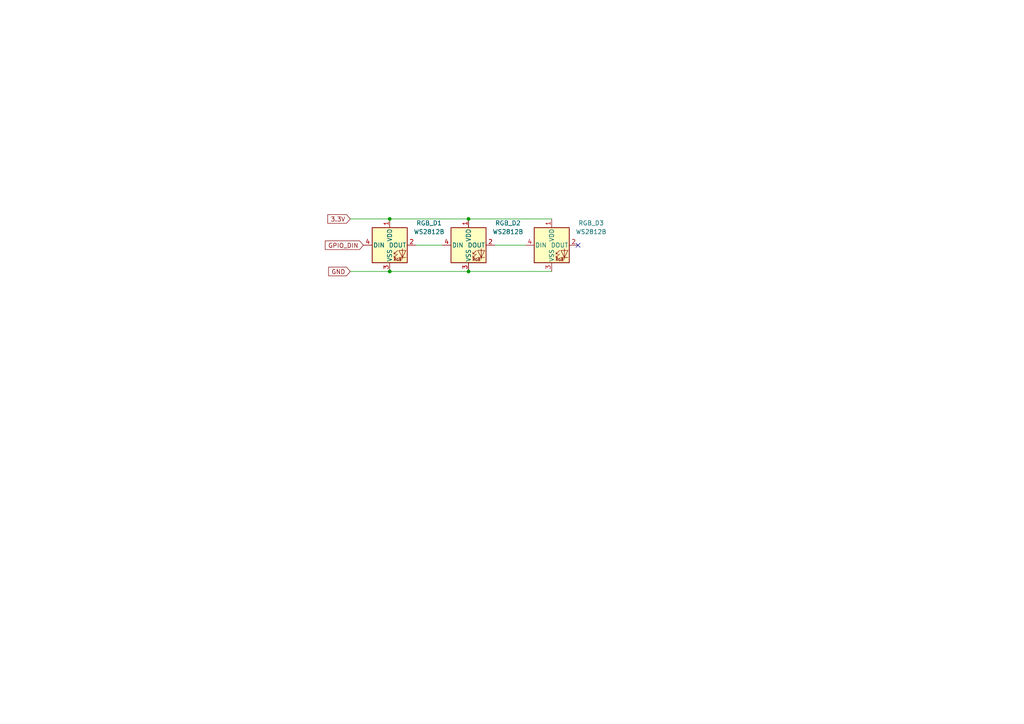
<source format=kicad_sch>
(kicad_sch (version 20250114) (generator "eeschema") (generator_version "9.0")
  (paper "A4")
  (lib_symbols
    (symbol "LED:WS2812B" (pin_names (offset 0.254))
      (property "Reference" "D" (at 5.08 5.715 0))
      (property "Value" "WS2812B" (at 1.27 -5.715 0))
      (symbol "WS2812B_0_0"
        (text "RGB" (at 2.286 -4.191 0) (effects (font (size 0.762 0.762))))
      )
      (symbol "WS2812B_0_1"
        (polyline (pts (xy 1.27 -2.54) (xy 1.778 -2.54)))
        (polyline (pts (xy 1.27 -3.556) (xy 1.778 -3.556)))
        (polyline (pts (xy 2.286 -1.524) (xy 1.27 -2.54) (xy 1.27 -2.032)))
        (polyline (pts (xy 2.286 -2.54) (xy 1.27 -3.556) (xy 1.27 -3.048)))
        (polyline (pts (xy 3.683 -1.016) (xy 3.683 -3.556) (xy 3.683 -4.064)))
        (polyline (pts (xy 4.699 -1.524) (xy 2.667 -1.524) (xy 3.683 -3.556) (xy 4.699 -1.524)))
        (polyline (pts (xy 4.699 -3.556) (xy 2.667 -3.556)))
        (rectangle (start 5.08 5.08) (end -5.08 -5.08) (stroke (width 0.254)) (fill (type background)))
      )
      (symbol "WS2812B_1_1"
        (pin input line (at -7.62 0 0) (length 2.54) (name "DIN") (number "4"))
        (pin power_in line (at 0 7.62 270) (length 2.54) (name "VDD") (number "1"))
        (pin power_in line (at 0 -7.62 90) (length 2.54) (name "VSS") (number "3"))
        (pin output line (at 7.62 0 180) (length 2.54) (name "DOUT") (number "2"))
      )
    )
  )
  (junction (at 113.03 63.5))
  (junction (at 113.03 78.74))
  (junction (at 135.89 63.5))
  (junction (at 135.89 78.74))
  (no_connect (at 167.64 71.12))
  (wire (pts (xy 120.65 71.12) (xy 128.27 71.12)))
  (wire (pts (xy 135.89 78.74) (xy 160.02 78.74)))
  (wire (pts (xy 113.03 78.74) (xy 135.89 78.74)))
  (wire (pts (xy 135.89 63.5) (xy 160.02 63.5)))
  (wire (pts (xy 143.51 71.12) (xy 152.4 71.12)))
  (wire (pts (xy 113.03 63.5) (xy 135.89 63.5)))
  (wire (pts (xy 101.6 63.5) (xy 113.03 63.5)))
  (wire (pts (xy 101.6 78.74) (xy 113.03 78.74)))
  (global_label "GPIO_DIN" (shape input) (at 105.41 71.12 180) (property "Intersheetrefs" "${INTERSHEET_REFS}" (effects (hide yes))))
  (global_label "GND" (shape input) (at 101.6 78.74 180) (property "Intersheetrefs" "${INTERSHEET_REFS}" (effects (hide yes))))
  (global_label "3.3V" (shape input) (at 101.6 63.5 180) (property "Intersheetrefs" "${INTERSHEET_REFS}" (effects (hide yes))))
  (symbol (lib_id "LED:WS2812B") (at 160.02 71.12 0) (unit 1)
    (property "Reference" "RGB_D3" (at 171.45 64.6998 0))
    (property "Value" "WS2812B" (at 171.45 67.2398 0))
    (property "Footprint" "ErgoCai.pretty:LED_WS2812B_PLCC4_5.0x5.0mm_P3.2mm" (effects (hide yes)))
    (property "Datasheet" "https://cdn-shop.adafruit.com/datasheets/WS2812B.pdf" (effects (hide yes)))
    (property "Description" "RGB LED with integrated controller" (effects (hide yes)))
  )
  (symbol (lib_id "LED:WS2812B") (at 113.03 71.12 0) (unit 1)
    (property "Reference" "RGB_D1" (at 124.46 64.6998 0))
    (property "Value" "WS2812B" (at 124.46 67.2398 0))
    (property "Footprint" "ErgoCai.pretty:LED_WS2812B_PLCC4_5.0x5.0mm_P3.2mm" (effects (hide yes)))
    (property "Datasheet" "https://cdn-shop.adafruit.com/datasheets/WS2812B.pdf" (effects (hide yes)))
    (property "Description" "RGB LED with integrated controller" (effects (hide yes)))
  )
  (symbol (lib_id "LED:WS2812B") (at 135.89 71.12 0) (unit 1)
    (property "Reference" "RGB_D2" (at 147.32 64.6998 0))
    (property "Value" "WS2812B" (at 147.32 67.2398 0))
    (property "Footprint" "ErgoCai.pretty:LED_WS2812B_PLCC4_5.0x5.0mm_P3.2mm" (effects (hide yes)))
    (property "Datasheet" "https://cdn-shop.adafruit.com/datasheets/WS2812B.pdf" (effects (hide yes)))
    (property "Description" "RGB LED with integrated controller" (effects (hide yes)))
  )
)
</source>
